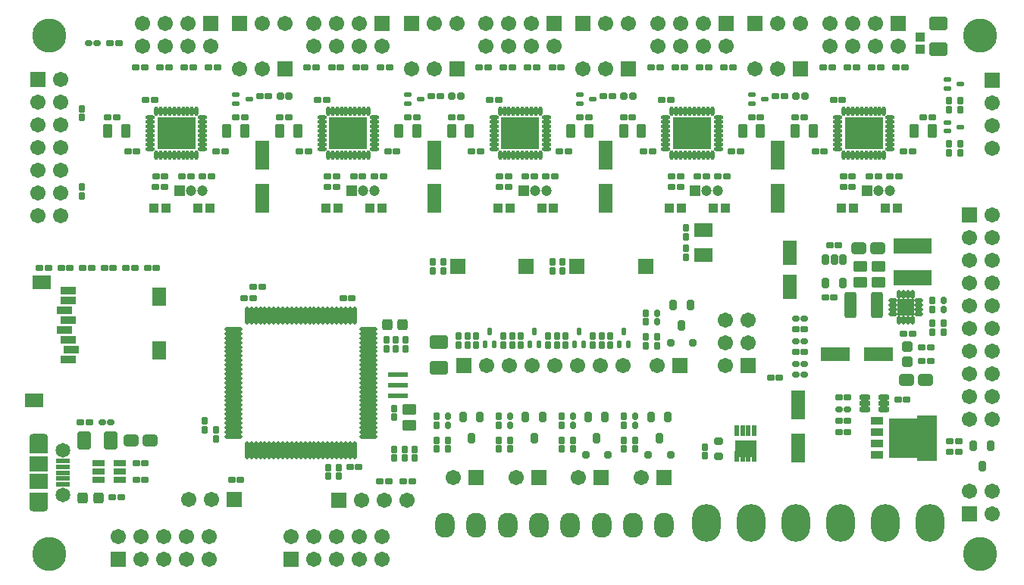
<source format=gts>
G04 Layer_Color=8388736*
%FSLAX44Y44*%
%MOMM*%
G71*
G01*
G75*
%ADD110R,0.7620X1.5240*%
G04:AMPARAMS|DCode=111|XSize=0.7032mm|YSize=0.8032mm|CornerRadius=0.1516mm|HoleSize=0mm|Usage=FLASHONLY|Rotation=90.000|XOffset=0mm|YOffset=0mm|HoleType=Round|Shape=RoundedRectangle|*
%AMROUNDEDRECTD111*
21,1,0.7032,0.5000,0,0,90.0*
21,1,0.4000,0.8032,0,0,90.0*
1,1,0.3032,0.2500,0.2000*
1,1,0.3032,0.2500,-0.2000*
1,1,0.3032,-0.2500,-0.2000*
1,1,0.3032,-0.2500,0.2000*
%
%ADD111ROUNDEDRECTD111*%
G04:AMPARAMS|DCode=112|XSize=0.5532mm|YSize=0.8532mm|CornerRadius=0.1454mm|HoleSize=0mm|Usage=FLASHONLY|Rotation=270.000|XOffset=0mm|YOffset=0mm|HoleType=Round|Shape=RoundedRectangle|*
%AMROUNDEDRECTD112*
21,1,0.5532,0.5625,0,0,270.0*
21,1,0.2625,0.8532,0,0,270.0*
1,1,0.2907,-0.2813,-0.1313*
1,1,0.2907,-0.2813,0.1313*
1,1,0.2907,0.2813,0.1313*
1,1,0.2907,0.2813,-0.1313*
%
%ADD112ROUNDEDRECTD112*%
G04:AMPARAMS|DCode=113|XSize=0.8032mm|YSize=0.8032mm|CornerRadius=0.1616mm|HoleSize=0mm|Usage=FLASHONLY|Rotation=270.000|XOffset=0mm|YOffset=0mm|HoleType=Round|Shape=RoundedRectangle|*
%AMROUNDEDRECTD113*
21,1,0.8032,0.4800,0,0,270.0*
21,1,0.4800,0.8032,0,0,270.0*
1,1,0.3232,-0.2400,-0.2400*
1,1,0.3232,-0.2400,0.2400*
1,1,0.3232,0.2400,0.2400*
1,1,0.3232,0.2400,-0.2400*
%
%ADD113ROUNDEDRECTD113*%
%ADD114R,1.6002X3.2004*%
G04:AMPARAMS|DCode=115|XSize=1.5032mm|YSize=1.0032mm|CornerRadius=0.2016mm|HoleSize=0mm|Usage=FLASHONLY|Rotation=270.000|XOffset=0mm|YOffset=0mm|HoleType=Round|Shape=RoundedRectangle|*
%AMROUNDEDRECTD115*
21,1,1.5032,0.6000,0,0,270.0*
21,1,1.1000,1.0032,0,0,270.0*
1,1,0.4032,-0.3000,-0.5500*
1,1,0.4032,-0.3000,0.5500*
1,1,0.4032,0.3000,0.5500*
1,1,0.4032,0.3000,-0.5500*
%
%ADD115ROUNDEDRECTD115*%
%ADD116R,4.2032X1.7032*%
G04:AMPARAMS|DCode=117|XSize=0.8032mm|YSize=0.7032mm|CornerRadius=0.1641mm|HoleSize=0mm|Usage=FLASHONLY|Rotation=0.000|XOffset=0mm|YOffset=0mm|HoleType=Round|Shape=RoundedRectangle|*
%AMROUNDEDRECTD117*
21,1,0.8032,0.3750,0,0,0.0*
21,1,0.4750,0.7032,0,0,0.0*
1,1,0.3282,0.2375,-0.1875*
1,1,0.3282,-0.2375,-0.1875*
1,1,0.3282,-0.2375,0.1875*
1,1,0.3282,0.2375,0.1875*
%
%ADD117ROUNDEDRECTD117*%
G04:AMPARAMS|DCode=118|XSize=0.8032mm|YSize=0.7032mm|CornerRadius=0.1641mm|HoleSize=0mm|Usage=FLASHONLY|Rotation=270.000|XOffset=0mm|YOffset=0mm|HoleType=Round|Shape=RoundedRectangle|*
%AMROUNDEDRECTD118*
21,1,0.8032,0.3750,0,0,270.0*
21,1,0.4750,0.7032,0,0,270.0*
1,1,0.3282,-0.1875,-0.2375*
1,1,0.3282,-0.1875,0.2375*
1,1,0.3282,0.1875,0.2375*
1,1,0.3282,0.1875,-0.2375*
%
%ADD118ROUNDEDRECTD118*%
G04:AMPARAMS|DCode=119|XSize=0.8032mm|YSize=1.2032mm|CornerRadius=0.1766mm|HoleSize=0mm|Usage=FLASHONLY|Rotation=180.000|XOffset=0mm|YOffset=0mm|HoleType=Round|Shape=RoundedRectangle|*
%AMROUNDEDRECTD119*
21,1,0.8032,0.8500,0,0,180.0*
21,1,0.4500,1.2032,0,0,180.0*
1,1,0.3532,-0.2250,0.4250*
1,1,0.3532,0.2250,0.4250*
1,1,0.3532,0.2250,-0.4250*
1,1,0.3532,-0.2250,-0.4250*
%
%ADD119ROUNDEDRECTD119*%
%ADD120R,2.2032X0.6032*%
%ADD121R,1.3532X0.8032*%
%ADD122R,2.1082X1.6256*%
%ADD123R,1.6256X2.0066*%
%ADD124R,1.7272X0.9144*%
%ADD125O,0.5032X2.0032*%
%ADD126O,2.0032X0.5032*%
%ADD127R,1.7032X1.7032*%
G04:AMPARAMS|DCode=128|XSize=0.7032mm|YSize=0.8032mm|CornerRadius=0.1516mm|HoleSize=0mm|Usage=FLASHONLY|Rotation=180.000|XOffset=0mm|YOffset=0mm|HoleType=Round|Shape=RoundedRectangle|*
%AMROUNDEDRECTD128*
21,1,0.7032,0.5000,0,0,180.0*
21,1,0.4000,0.8032,0,0,180.0*
1,1,0.3032,-0.2000,0.2500*
1,1,0.3032,0.2000,0.2500*
1,1,0.3032,0.2000,-0.2500*
1,1,0.3032,-0.2000,-0.2500*
%
%ADD128ROUNDEDRECTD128*%
%ADD129R,0.6082X1.1932*%
%ADD130R,2.4382X1.9282*%
%ADD131R,2.1032X1.7032*%
%ADD132R,1.5532X0.6032*%
G04:AMPARAMS|DCode=133|XSize=1.2032mm|YSize=1.1032mm|CornerRadius=0.2141mm|HoleSize=0mm|Usage=FLASHONLY|Rotation=180.000|XOffset=0mm|YOffset=0mm|HoleType=Round|Shape=RoundedRectangle|*
%AMROUNDEDRECTD133*
21,1,1.2032,0.6750,0,0,180.0*
21,1,0.7750,1.1032,0,0,180.0*
1,1,0.4282,-0.3875,0.3375*
1,1,0.4282,0.3875,0.3375*
1,1,0.4282,0.3875,-0.3375*
1,1,0.4282,-0.3875,-0.3375*
%
%ADD133ROUNDEDRECTD133*%
%ADD134R,2.0032X1.5532*%
G04:AMPARAMS|DCode=135|XSize=1.2032mm|YSize=1.1032mm|CornerRadius=0.2141mm|HoleSize=0mm|Usage=FLASHONLY|Rotation=90.000|XOffset=0mm|YOffset=0mm|HoleType=Round|Shape=RoundedRectangle|*
%AMROUNDEDRECTD135*
21,1,1.2032,0.6750,0,0,90.0*
21,1,0.7750,1.1032,0,0,90.0*
1,1,0.4282,0.3375,0.3875*
1,1,0.4282,0.3375,-0.3875*
1,1,0.4282,-0.3375,-0.3875*
1,1,0.4282,-0.3375,0.3875*
%
%ADD135ROUNDEDRECTD135*%
G04:AMPARAMS|DCode=136|XSize=2.0032mm|YSize=1.5032mm|CornerRadius=0.2641mm|HoleSize=0mm|Usage=FLASHONLY|Rotation=90.000|XOffset=0mm|YOffset=0mm|HoleType=Round|Shape=RoundedRectangle|*
%AMROUNDEDRECTD136*
21,1,2.0032,0.9750,0,0,90.0*
21,1,1.4750,1.5032,0,0,90.0*
1,1,0.5282,0.4875,0.7375*
1,1,0.5282,0.4875,-0.7375*
1,1,0.5282,-0.4875,-0.7375*
1,1,0.5282,-0.4875,0.7375*
%
%ADD136ROUNDEDRECTD136*%
G04:AMPARAMS|DCode=137|XSize=2.0032mm|YSize=1.5032mm|CornerRadius=0.2641mm|HoleSize=0mm|Usage=FLASHONLY|Rotation=0.000|XOffset=0mm|YOffset=0mm|HoleType=Round|Shape=RoundedRectangle|*
%AMROUNDEDRECTD137*
21,1,2.0032,0.9750,0,0,0.0*
21,1,1.4750,1.5032,0,0,0.0*
1,1,0.5282,0.7375,-0.4875*
1,1,0.5282,-0.7375,-0.4875*
1,1,0.5282,-0.7375,0.4875*
1,1,0.5282,0.7375,0.4875*
%
%ADD137ROUNDEDRECTD137*%
G04:AMPARAMS|DCode=138|XSize=0.8032mm|YSize=1.0032mm|CornerRadius=0.1616mm|HoleSize=0mm|Usage=FLASHONLY|Rotation=270.000|XOffset=0mm|YOffset=0mm|HoleType=Round|Shape=RoundedRectangle|*
%AMROUNDEDRECTD138*
21,1,0.8032,0.6800,0,0,270.0*
21,1,0.4800,1.0032,0,0,270.0*
1,1,0.3232,-0.3400,-0.2400*
1,1,0.3232,-0.3400,0.2400*
1,1,0.3232,0.3400,0.2400*
1,1,0.3232,0.3400,-0.2400*
%
%ADD138ROUNDEDRECTD138*%
G04:AMPARAMS|DCode=139|XSize=1.4032mm|YSize=1.7032mm|CornerRadius=0.4016mm|HoleSize=0mm|Usage=FLASHONLY|Rotation=90.000|XOffset=0mm|YOffset=0mm|HoleType=Round|Shape=RoundedRectangle|*
%AMROUNDEDRECTD139*
21,1,1.4032,0.9000,0,0,90.0*
21,1,0.6000,1.7032,0,0,90.0*
1,1,0.8032,0.4500,0.3000*
1,1,0.8032,0.4500,-0.3000*
1,1,0.8032,-0.4500,-0.3000*
1,1,0.8032,-0.4500,0.3000*
%
%ADD139ROUNDEDRECTD139*%
G04:AMPARAMS|DCode=140|XSize=0.8032mm|YSize=0.9032mm|CornerRadius=0.1766mm|HoleSize=0mm|Usage=FLASHONLY|Rotation=0.000|XOffset=0mm|YOffset=0mm|HoleType=Round|Shape=RoundedRectangle|*
%AMROUNDEDRECTD140*
21,1,0.8032,0.5500,0,0,0.0*
21,1,0.4500,0.9032,0,0,0.0*
1,1,0.3532,0.2250,-0.2750*
1,1,0.3532,-0.2250,-0.2750*
1,1,0.3532,-0.2250,0.2750*
1,1,0.3532,0.2250,0.2750*
%
%ADD140ROUNDEDRECTD140*%
G04:AMPARAMS|DCode=141|XSize=0.5532mm|YSize=0.8532mm|CornerRadius=0.1454mm|HoleSize=0mm|Usage=FLASHONLY|Rotation=0.000|XOffset=0mm|YOffset=0mm|HoleType=Round|Shape=RoundedRectangle|*
%AMROUNDEDRECTD141*
21,1,0.5532,0.5625,0,0,0.0*
21,1,0.2625,0.8532,0,0,0.0*
1,1,0.2907,0.1313,-0.2813*
1,1,0.2907,-0.1313,-0.2813*
1,1,0.2907,-0.1313,0.2813*
1,1,0.2907,0.1313,0.2813*
%
%ADD141ROUNDEDRECTD141*%
G04:AMPARAMS|DCode=142|XSize=1.6032mm|YSize=1.2032mm|CornerRadius=0.2266mm|HoleSize=0mm|Usage=FLASHONLY|Rotation=180.000|XOffset=0mm|YOffset=0mm|HoleType=Round|Shape=RoundedRectangle|*
%AMROUNDEDRECTD142*
21,1,1.6032,0.7500,0,0,180.0*
21,1,1.1500,1.2032,0,0,180.0*
1,1,0.4532,-0.5750,0.3750*
1,1,0.4532,0.5750,0.3750*
1,1,0.4532,0.5750,-0.3750*
1,1,0.4532,-0.5750,-0.3750*
%
%ADD142ROUNDEDRECTD142*%
G04:AMPARAMS|DCode=143|XSize=2.9032mm|YSize=1.3532mm|CornerRadius=0.2454mm|HoleSize=0mm|Usage=FLASHONLY|Rotation=90.000|XOffset=0mm|YOffset=0mm|HoleType=Round|Shape=RoundedRectangle|*
%AMROUNDEDRECTD143*
21,1,2.9032,0.8625,0,0,90.0*
21,1,2.4125,1.3532,0,0,90.0*
1,1,0.4907,0.4313,1.2063*
1,1,0.4907,0.4313,-1.2063*
1,1,0.4907,-0.4313,-1.2063*
1,1,0.4907,-0.4313,1.2063*
%
%ADD143ROUNDEDRECTD143*%
%ADD144R,3.2004X1.6002*%
%ADD145R,1.5032X2.7032*%
%ADD146R,1.1032X1.0032*%
%ADD147R,1.0032X1.1032*%
%ADD148O,1.0032X0.4532*%
%ADD149O,0.4532X1.0032*%
%ADD150R,1.8832X1.8832*%
%ADD151O,0.4532X1.0532*%
%ADD152O,1.0532X0.4532*%
%ADD153R,4.3032X3.6032*%
%ADD154R,2.2032X5.2032*%
%ADD155R,3.4032X4.4032*%
%ADD156R,1.3532X0.9032*%
G04:AMPARAMS|DCode=157|XSize=1.2032mm|YSize=0.6032mm|CornerRadius=0.2016mm|HoleSize=0mm|Usage=FLASHONLY|Rotation=0.000|XOffset=0mm|YOffset=0mm|HoleType=Round|Shape=RoundedRectangle|*
%AMROUNDEDRECTD157*
21,1,1.2032,0.2000,0,0,0.0*
21,1,0.8000,0.6032,0,0,0.0*
1,1,0.4032,0.4000,-0.1000*
1,1,0.4032,-0.4000,-0.1000*
1,1,0.4032,-0.4000,0.1000*
1,1,0.4032,0.4000,0.1000*
%
%ADD157ROUNDEDRECTD157*%
%ADD158C,1.7032*%
%ADD159O,2.2032X2.8032*%
%ADD160C,1.2032*%
%ADD161R,1.2032X1.2032*%
%ADD162R,1.7032X1.7032*%
%ADD163O,3.2032X4.2032*%
%ADD164C,3.8032*%
G04:AMPARAMS|DCode=165|XSize=1.7032mm|YSize=2.1032mm|CornerRadius=0.4766mm|HoleSize=0mm|Usage=FLASHONLY|Rotation=270.000|XOffset=0mm|YOffset=0mm|HoleType=Round|Shape=RoundedRectangle|*
%AMROUNDEDRECTD165*
21,1,1.7032,1.1500,0,0,270.0*
21,1,0.7500,2.1032,0,0,270.0*
1,1,0.9532,-0.5750,-0.3750*
1,1,0.9532,-0.5750,0.3750*
1,1,0.9532,0.5750,0.3750*
1,1,0.9532,0.5750,-0.3750*
%
%ADD165ROUNDEDRECTD165*%
%ADD166C,1.6532*%
%ADD167C,0.8032*%
D110*
X961660Y198500D02*
D03*
X941340D02*
D03*
D111*
X265100Y542600D02*
D03*
X275100D02*
D03*
X127750Y480250D02*
D03*
X117750D02*
D03*
X105500Y518250D02*
D03*
X95500D02*
D03*
X91520Y350520D02*
D03*
X101520D02*
D03*
X994330Y276860D02*
D03*
X984330D02*
D03*
X1036000Y144000D02*
D03*
X1046000D02*
D03*
X1036000Y156000D02*
D03*
X1046000D02*
D03*
X911860Y166530D02*
D03*
X921860D02*
D03*
X911940Y179230D02*
D03*
X921940D02*
D03*
X988000Y203000D02*
D03*
X978000D02*
D03*
X127001Y113030D02*
D03*
X127000Y132080D02*
D03*
X139780Y350520D02*
D03*
X149780D02*
D03*
X115650D02*
D03*
X125650D02*
D03*
X43260D02*
D03*
X53260D02*
D03*
X67390D02*
D03*
X77390D02*
D03*
X233760Y113030D02*
D03*
X243760D02*
D03*
X409284Y111760D02*
D03*
X399284D02*
D03*
X425530Y111760D02*
D03*
X435530D02*
D03*
X107870Y601980D02*
D03*
X97870D02*
D03*
X863680Y281940D02*
D03*
X873680D02*
D03*
X863680Y256540D02*
D03*
X873680D02*
D03*
X64850Y177800D02*
D03*
X74850D02*
D03*
X835740Y227330D02*
D03*
X845740D02*
D03*
X896700Y317500D02*
D03*
X906700D02*
D03*
X901780Y375920D02*
D03*
X911780D02*
D03*
X1014650Y246380D02*
D03*
X1004650D02*
D03*
X1014650Y261620D02*
D03*
X1004650D02*
D03*
X153507Y574140D02*
D03*
X163507D02*
D03*
X136340D02*
D03*
X126340D02*
D03*
X238500Y518250D02*
D03*
X248500D02*
D03*
X180674Y574140D02*
D03*
X190674D02*
D03*
X217840Y574140D02*
D03*
X207840D02*
D03*
X159040Y452640D02*
D03*
X149040D02*
D03*
X149000Y440997D02*
D03*
X159000D02*
D03*
X138000Y537750D02*
D03*
X148000D02*
D03*
X216250Y480250D02*
D03*
X226250D02*
D03*
X201040Y452636D02*
D03*
X211040D02*
D03*
X178040D02*
D03*
X188040D02*
D03*
X921940Y205230D02*
D03*
X911940D02*
D03*
X368220Y316230D02*
D03*
X358220D02*
D03*
X257730D02*
D03*
X247730D02*
D03*
X257730Y328930D02*
D03*
X267730D02*
D03*
X100410Y93980D02*
D03*
X110410D02*
D03*
X19130Y350520D02*
D03*
X29130D02*
D03*
X365900Y127050D02*
D03*
X375900D02*
D03*
X137000Y132080D02*
D03*
X137001Y113030D02*
D03*
X370040Y452636D02*
D03*
X380040D02*
D03*
X393040D02*
D03*
X403040D02*
D03*
X408250Y480250D02*
D03*
X418250D02*
D03*
X330000Y537750D02*
D03*
X340000D02*
D03*
X341000Y440997D02*
D03*
X351000D02*
D03*
X351040Y452640D02*
D03*
X341040D02*
D03*
X409840Y574140D02*
D03*
X399840D02*
D03*
X372673Y574140D02*
D03*
X382673D02*
D03*
X430500Y518250D02*
D03*
X440500D02*
D03*
X328340Y574140D02*
D03*
X318340D02*
D03*
X345507D02*
D03*
X355507D02*
D03*
X297500Y518250D02*
D03*
X287500D02*
D03*
X319750Y480250D02*
D03*
X309750D02*
D03*
X457100Y542600D02*
D03*
X467100D02*
D03*
X562040Y452636D02*
D03*
X572040D02*
D03*
X585040D02*
D03*
X595040D02*
D03*
X600250Y480250D02*
D03*
X610250D02*
D03*
X522000Y537750D02*
D03*
X532000D02*
D03*
X533000Y440997D02*
D03*
X543000D02*
D03*
X543040Y452640D02*
D03*
X533040D02*
D03*
X601840Y574140D02*
D03*
X591840D02*
D03*
X564674Y574140D02*
D03*
X574674D02*
D03*
X622500Y518250D02*
D03*
X632500D02*
D03*
X520340Y574140D02*
D03*
X510340D02*
D03*
X537507D02*
D03*
X547507D02*
D03*
X489500Y518250D02*
D03*
X479500D02*
D03*
X511750Y480250D02*
D03*
X501750D02*
D03*
X649100Y542600D02*
D03*
X659100D02*
D03*
X754040Y452636D02*
D03*
X764040D02*
D03*
X777040D02*
D03*
X787040D02*
D03*
X792250Y480250D02*
D03*
X802250D02*
D03*
X714000Y537750D02*
D03*
X724000D02*
D03*
X725000Y440997D02*
D03*
X735000D02*
D03*
X735040Y452640D02*
D03*
X725040D02*
D03*
X793840Y574140D02*
D03*
X783840D02*
D03*
X756674Y574140D02*
D03*
X766674D02*
D03*
X814500Y518250D02*
D03*
X824500D02*
D03*
X712340Y574140D02*
D03*
X702340D02*
D03*
X729507D02*
D03*
X739507D02*
D03*
X681500Y518250D02*
D03*
X671500D02*
D03*
X703750Y480250D02*
D03*
X693750D02*
D03*
X841100Y542600D02*
D03*
X851100D02*
D03*
X946040Y452636D02*
D03*
X956040D02*
D03*
X969040D02*
D03*
X979040D02*
D03*
X984250Y480250D02*
D03*
X994250D02*
D03*
X906000Y537750D02*
D03*
X916000D02*
D03*
X917000Y440997D02*
D03*
X927000D02*
D03*
X927040Y452640D02*
D03*
X917040D02*
D03*
X985840Y574140D02*
D03*
X975840D02*
D03*
X948673Y574140D02*
D03*
X958673D02*
D03*
X1006500Y518250D02*
D03*
X1016500D02*
D03*
X904340Y574140D02*
D03*
X894340D02*
D03*
X921507D02*
D03*
X931507D02*
D03*
X873500Y518250D02*
D03*
X863500D02*
D03*
X895750Y480250D02*
D03*
X885750D02*
D03*
D112*
X253250Y539000D02*
D03*
X238750Y534000D02*
D03*
Y544000D02*
D03*
X1033500Y513000D02*
D03*
Y503000D02*
D03*
X1048000Y508000D02*
D03*
Y556000D02*
D03*
X1033500Y551000D02*
D03*
Y561000D02*
D03*
X445250Y539000D02*
D03*
X430750Y534000D02*
D03*
Y544000D02*
D03*
X637250Y539000D02*
D03*
X622750Y534000D02*
D03*
Y544000D02*
D03*
X829250Y539000D02*
D03*
X814750Y534000D02*
D03*
Y544000D02*
D03*
D113*
X297880Y542600D02*
D03*
X287880D02*
D03*
X489880D02*
D03*
X479880D02*
D03*
X681880D02*
D03*
X671880D02*
D03*
X873880D02*
D03*
X863880D02*
D03*
D114*
X267903Y476286D02*
D03*
Y428280D02*
D03*
X866140Y148590D02*
D03*
Y196596D02*
D03*
X459902Y476286D02*
D03*
Y428280D02*
D03*
X651902Y476286D02*
D03*
Y428280D02*
D03*
X843903Y476286D02*
D03*
Y428280D02*
D03*
D115*
X115500Y503250D02*
D03*
X95500D02*
D03*
X228500D02*
D03*
X248500D02*
D03*
X420500D02*
D03*
X440500D02*
D03*
X307500D02*
D03*
X287500D02*
D03*
X612500D02*
D03*
X632500D02*
D03*
X499500D02*
D03*
X479500D02*
D03*
X804500D02*
D03*
X824500D02*
D03*
X691500D02*
D03*
X671500D02*
D03*
X996500D02*
D03*
X1016500D02*
D03*
X883500D02*
D03*
X863500D02*
D03*
D116*
X994410Y338870D02*
D03*
Y374870D02*
D03*
D117*
X921940Y191930D02*
D03*
X911940D02*
D03*
X873680Y231140D02*
D03*
X863680D02*
D03*
X873680Y242570D02*
D03*
X863680D02*
D03*
X88980Y177800D02*
D03*
X98980D02*
D03*
X873680Y267970D02*
D03*
X863680D02*
D03*
X873680Y293370D02*
D03*
X863680D02*
D03*
X83740Y601980D02*
D03*
X73740D02*
D03*
D118*
X709479Y289640D02*
D03*
Y299640D02*
D03*
X684530Y174070D02*
D03*
Y184070D02*
D03*
X544830Y174070D02*
D03*
Y184070D02*
D03*
X474980Y174070D02*
D03*
Y184070D02*
D03*
X614680Y174070D02*
D03*
Y184070D02*
D03*
X1028700Y303610D02*
D03*
Y313610D02*
D03*
D119*
X736450Y285680D02*
D03*
X726950Y308680D02*
D03*
X745950D02*
D03*
X1071880Y128200D02*
D03*
X1062380Y151200D02*
D03*
X1081380D02*
D03*
X711500Y159950D02*
D03*
X702000Y182950D02*
D03*
X721000D02*
D03*
X641500Y159950D02*
D03*
X632000Y182950D02*
D03*
X651000D02*
D03*
X897310Y333390D02*
D03*
X916310Y359390D02*
D03*
X906810D02*
D03*
X897310D02*
D03*
X916310Y333390D02*
D03*
X571500Y159950D02*
D03*
X562000Y182950D02*
D03*
X581000D02*
D03*
X501650Y159950D02*
D03*
X492150Y182950D02*
D03*
X511150D02*
D03*
D120*
X419900Y231000D02*
D03*
Y219000D02*
D03*
Y207000D02*
D03*
D121*
X108840Y132030D02*
D03*
X85090D02*
D03*
Y122530D02*
D03*
Y113030D02*
D03*
X108590D02*
D03*
X108840Y122530D02*
D03*
D122*
X21800Y333756D02*
D03*
X12800Y201676D02*
D03*
D123*
X152800Y317754D02*
D03*
Y257810D02*
D03*
D124*
X50800Y324612D02*
D03*
Y313690D02*
D03*
X46800Y302768D02*
D03*
X50800Y291592D02*
D03*
X46800Y280670D02*
D03*
X50800Y269748D02*
D03*
X54800Y258572D02*
D03*
X50800Y247650D02*
D03*
D125*
X370900Y146100D02*
D03*
X365900D02*
D03*
X360900D02*
D03*
X355900D02*
D03*
X350900D02*
D03*
X345900D02*
D03*
X340900D02*
D03*
X335900D02*
D03*
X330900D02*
D03*
X325900D02*
D03*
X320900D02*
D03*
X315900D02*
D03*
X310900D02*
D03*
X305900D02*
D03*
X300900D02*
D03*
X295900D02*
D03*
X290900D02*
D03*
X285900D02*
D03*
X280900D02*
D03*
X275900D02*
D03*
X270900D02*
D03*
X265900D02*
D03*
X260900D02*
D03*
X255900D02*
D03*
X250900D02*
D03*
Y297100D02*
D03*
X255900D02*
D03*
X260900D02*
D03*
X265900D02*
D03*
X270900D02*
D03*
X275900D02*
D03*
X280900D02*
D03*
X285900D02*
D03*
X290900D02*
D03*
X295900D02*
D03*
X300900D02*
D03*
X305900D02*
D03*
X310900D02*
D03*
X315900D02*
D03*
X320900D02*
D03*
X325900D02*
D03*
X330900D02*
D03*
X335900D02*
D03*
X340900D02*
D03*
X345900D02*
D03*
X350900D02*
D03*
X355900D02*
D03*
X360900D02*
D03*
X365900D02*
D03*
X370900D02*
D03*
D126*
X235400Y161600D02*
D03*
Y166600D02*
D03*
Y171600D02*
D03*
Y176600D02*
D03*
Y181600D02*
D03*
Y186600D02*
D03*
Y191600D02*
D03*
Y196600D02*
D03*
Y201600D02*
D03*
Y206600D02*
D03*
Y211600D02*
D03*
Y216600D02*
D03*
Y221600D02*
D03*
Y226600D02*
D03*
Y231600D02*
D03*
Y236600D02*
D03*
Y241600D02*
D03*
Y246600D02*
D03*
Y251600D02*
D03*
Y256600D02*
D03*
Y261600D02*
D03*
Y266600D02*
D03*
Y271600D02*
D03*
Y276600D02*
D03*
Y281600D02*
D03*
X386400D02*
D03*
Y276600D02*
D03*
Y271600D02*
D03*
Y266600D02*
D03*
Y261600D02*
D03*
Y256600D02*
D03*
Y251600D02*
D03*
Y246600D02*
D03*
Y241600D02*
D03*
Y236600D02*
D03*
Y231600D02*
D03*
Y226600D02*
D03*
Y221600D02*
D03*
Y216600D02*
D03*
Y211600D02*
D03*
Y206600D02*
D03*
Y201600D02*
D03*
Y196600D02*
D03*
Y191600D02*
D03*
Y186600D02*
D03*
Y181600D02*
D03*
Y176600D02*
D03*
Y171600D02*
D03*
Y166600D02*
D03*
Y161600D02*
D03*
D127*
X486010Y351790D02*
D03*
X563009D02*
D03*
X696360Y351790D02*
D03*
X619360D02*
D03*
X293300Y572500D02*
D03*
X242500Y623500D02*
D03*
X734060Y241300D02*
D03*
X353060Y90170D02*
D03*
X236220Y91440D02*
D03*
X1057600Y75000D02*
D03*
X716731Y115570D02*
D03*
X210000Y623500D02*
D03*
X646730Y115570D02*
D03*
X576730D02*
D03*
X492760Y241300D02*
D03*
X506730Y115570D02*
D03*
X299819Y24020D02*
D03*
X107020Y24000D02*
D03*
X402000Y623500D02*
D03*
X434500Y623500D02*
D03*
X485300Y572500D02*
D03*
X594000Y623500D02*
D03*
X626500Y623500D02*
D03*
X677300Y572500D02*
D03*
X786000Y623500D02*
D03*
X818500Y623500D02*
D03*
X869300Y572500D02*
D03*
X978000Y623500D02*
D03*
D128*
X426720Y147240D02*
D03*
Y137240D02*
D03*
X762000Y149780D02*
D03*
Y139780D02*
D03*
X1016000Y288210D02*
D03*
Y278210D02*
D03*
X438150Y137240D02*
D03*
Y147240D02*
D03*
X696779Y262970D02*
D03*
Y272970D02*
D03*
X696779Y289640D02*
D03*
Y299640D02*
D03*
X709480Y272970D02*
D03*
Y262970D02*
D03*
X671830Y157400D02*
D03*
Y147400D02*
D03*
X532130Y157400D02*
D03*
Y147400D02*
D03*
X671830Y174070D02*
D03*
Y184070D02*
D03*
X532130Y174070D02*
D03*
Y184070D02*
D03*
X684530Y157400D02*
D03*
Y147400D02*
D03*
X544830Y157400D02*
D03*
Y147400D02*
D03*
X462280Y157400D02*
D03*
Y147400D02*
D03*
X601980Y157400D02*
D03*
Y147400D02*
D03*
X462280Y174070D02*
D03*
Y184070D02*
D03*
X601980Y174070D02*
D03*
Y184070D02*
D03*
X474980Y157400D02*
D03*
Y147400D02*
D03*
X614680Y157400D02*
D03*
Y147400D02*
D03*
X647000Y274000D02*
D03*
Y264000D02*
D03*
X637000Y274000D02*
D03*
Y264000D02*
D03*
X597000Y274000D02*
D03*
Y264000D02*
D03*
X587000Y274000D02*
D03*
Y264000D02*
D03*
X547000Y274000D02*
D03*
Y264000D02*
D03*
X537000Y274000D02*
D03*
Y264000D02*
D03*
X469900Y346790D02*
D03*
Y356790D02*
D03*
X497000Y274000D02*
D03*
Y264000D02*
D03*
X487000Y274000D02*
D03*
Y264000D02*
D03*
X66041Y440610D02*
D03*
Y430610D02*
D03*
X1048000Y489000D02*
D03*
Y479000D02*
D03*
X603250Y346710D02*
D03*
Y356710D02*
D03*
X1048000Y537000D02*
D03*
Y527000D02*
D03*
X353060Y117000D02*
D03*
Y127000D02*
D03*
X341630Y117000D02*
D03*
Y127000D02*
D03*
X1028700Y278210D02*
D03*
Y288210D02*
D03*
X415290Y137240D02*
D03*
Y147240D02*
D03*
X1016000Y303610D02*
D03*
Y313610D02*
D03*
X741560Y384890D02*
D03*
Y394890D02*
D03*
Y372030D02*
D03*
Y362030D02*
D03*
X657000Y264000D02*
D03*
Y274000D02*
D03*
X417225Y259620D02*
D03*
Y269620D02*
D03*
X406400Y259620D02*
D03*
Y269620D02*
D03*
X415290Y183040D02*
D03*
Y193040D02*
D03*
X428205Y269600D02*
D03*
Y259600D02*
D03*
X215900Y168830D02*
D03*
Y158830D02*
D03*
X607000Y264000D02*
D03*
Y274000D02*
D03*
X557000Y264000D02*
D03*
Y274000D02*
D03*
X203200Y168830D02*
D03*
Y178830D02*
D03*
X458470Y356790D02*
D03*
Y346790D02*
D03*
X507000Y264000D02*
D03*
Y274000D02*
D03*
X1035000Y479000D02*
D03*
Y489000D02*
D03*
X591820Y356790D02*
D03*
Y346790D02*
D03*
X1035000Y527000D02*
D03*
Y537000D02*
D03*
X66040Y518240D02*
D03*
Y528240D02*
D03*
D129*
X797820Y139320D02*
D03*
X804420D02*
D03*
X811020D02*
D03*
X817620D02*
D03*
X797820Y168020D02*
D03*
X804420D02*
D03*
X811020D02*
D03*
X817620D02*
D03*
D130*
X807720Y148120D02*
D03*
D131*
X18000Y90500D02*
D03*
Y110999D02*
D03*
Y131000D02*
D03*
Y151500D02*
D03*
D132*
X45000Y120999D02*
D03*
Y114500D02*
D03*
Y108000D02*
D03*
Y127500D02*
D03*
Y134000D02*
D03*
D133*
X988060Y262500D02*
D03*
Y245500D02*
D03*
D134*
X760610Y364460D02*
D03*
Y392460D02*
D03*
D135*
X424500Y287000D02*
D03*
X407500D02*
D03*
X67700Y92710D02*
D03*
X84700D02*
D03*
D136*
X69320Y157480D02*
D03*
X98320D02*
D03*
D137*
X1023000Y623501D02*
D03*
Y594500D02*
D03*
X465000Y267500D02*
D03*
Y238500D02*
D03*
D138*
X777240Y156210D02*
D03*
Y139210D02*
D03*
D139*
X933880Y372110D02*
D03*
X955880D02*
D03*
X1009220Y224790D02*
D03*
X987220D02*
D03*
X143080Y157480D02*
D03*
X121080D02*
D03*
D140*
X724100Y266700D02*
D03*
X749100D02*
D03*
X699151Y140970D02*
D03*
X724150D02*
D03*
X629151D02*
D03*
X654150D02*
D03*
D141*
X667000Y264750D02*
D03*
X677000D02*
D03*
X672000Y279250D02*
D03*
X622000D02*
D03*
X627000Y264750D02*
D03*
X617000D02*
D03*
X567000D02*
D03*
X577000D02*
D03*
X572000Y279250D02*
D03*
X522000D02*
D03*
X527000Y264750D02*
D03*
X517000D02*
D03*
D142*
X956310Y333900D02*
D03*
Y351900D02*
D03*
X935990Y333900D02*
D03*
Y351900D02*
D03*
X431800Y173880D02*
D03*
Y191880D02*
D03*
D143*
X924800Y308610D02*
D03*
X954800D02*
D03*
D144*
X908304Y254000D02*
D03*
X956310D02*
D03*
D145*
X857250Y329184D02*
D03*
Y367030D02*
D03*
D146*
X1003000Y608500D02*
D03*
Y595000D02*
D03*
D147*
X196000Y417250D02*
D03*
X209500D02*
D03*
X147000Y417250D02*
D03*
X160500D02*
D03*
X339000D02*
D03*
X352500D02*
D03*
X388000Y417250D02*
D03*
X401500D02*
D03*
X531000Y417250D02*
D03*
X544500D02*
D03*
X580000Y417250D02*
D03*
X593500D02*
D03*
X723000Y417250D02*
D03*
X736500D02*
D03*
X772000Y417250D02*
D03*
X785500D02*
D03*
X915000Y417250D02*
D03*
X928500D02*
D03*
X964000Y417250D02*
D03*
X977500D02*
D03*
D148*
X972070Y313700D02*
D03*
Y308700D02*
D03*
Y303700D02*
D03*
Y298700D02*
D03*
X1001070D02*
D03*
Y303700D02*
D03*
Y308700D02*
D03*
Y313700D02*
D03*
D149*
X979070Y291700D02*
D03*
X984070D02*
D03*
X989070D02*
D03*
X994070D02*
D03*
Y320700D02*
D03*
X989070D02*
D03*
X984070D02*
D03*
X979070D02*
D03*
D150*
X986570Y306200D02*
D03*
D151*
X194500Y525000D02*
D03*
X189500D02*
D03*
X184500D02*
D03*
X179500D02*
D03*
X174500D02*
D03*
X169500D02*
D03*
X164500D02*
D03*
X159500D02*
D03*
X154500D02*
D03*
X149500D02*
D03*
Y476500D02*
D03*
X154500D02*
D03*
X159500D02*
D03*
X164500D02*
D03*
X169500D02*
D03*
X174500D02*
D03*
X179500D02*
D03*
X184500D02*
D03*
X189500D02*
D03*
X194500D02*
D03*
X386500Y525000D02*
D03*
X381500D02*
D03*
X376500D02*
D03*
X371500D02*
D03*
X366500D02*
D03*
X361500D02*
D03*
X356500D02*
D03*
X351500D02*
D03*
X346500D02*
D03*
X341500D02*
D03*
Y476500D02*
D03*
X346500D02*
D03*
X351500D02*
D03*
X356500D02*
D03*
X361500D02*
D03*
X366500D02*
D03*
X371500D02*
D03*
X376500D02*
D03*
X381500D02*
D03*
X386500D02*
D03*
X578500Y525000D02*
D03*
X573500D02*
D03*
X568500D02*
D03*
X563500D02*
D03*
X558500D02*
D03*
X553500D02*
D03*
X548500D02*
D03*
X543500D02*
D03*
X538500D02*
D03*
X533500D02*
D03*
Y476500D02*
D03*
X538500D02*
D03*
X543500D02*
D03*
X548500D02*
D03*
X553500D02*
D03*
X558500D02*
D03*
X563500D02*
D03*
X568500D02*
D03*
X573500D02*
D03*
X578500D02*
D03*
X770500Y525000D02*
D03*
X765500D02*
D03*
X760500D02*
D03*
X755500D02*
D03*
X750500D02*
D03*
X745500D02*
D03*
X740500D02*
D03*
X735500D02*
D03*
X730500D02*
D03*
X725500D02*
D03*
Y476500D02*
D03*
X730500D02*
D03*
X735500D02*
D03*
X740500D02*
D03*
X745500D02*
D03*
X750500D02*
D03*
X755500D02*
D03*
X760500D02*
D03*
X765500D02*
D03*
X770500D02*
D03*
X962500Y525000D02*
D03*
X957500D02*
D03*
X952500D02*
D03*
X947500D02*
D03*
X942500D02*
D03*
X937500D02*
D03*
X932500D02*
D03*
X927500D02*
D03*
X922500D02*
D03*
X917500D02*
D03*
Y476500D02*
D03*
X922500D02*
D03*
X927500D02*
D03*
X932500D02*
D03*
X937500D02*
D03*
X942500D02*
D03*
X947500D02*
D03*
X952500D02*
D03*
X957500D02*
D03*
X962500D02*
D03*
D152*
X142750Y518250D02*
D03*
Y513250D02*
D03*
Y508250D02*
D03*
Y503250D02*
D03*
Y498250D02*
D03*
Y493250D02*
D03*
Y488250D02*
D03*
Y483250D02*
D03*
X201250D02*
D03*
Y488250D02*
D03*
Y493250D02*
D03*
Y498250D02*
D03*
Y503250D02*
D03*
Y508250D02*
D03*
Y513250D02*
D03*
Y518250D02*
D03*
X334750D02*
D03*
Y513250D02*
D03*
Y508250D02*
D03*
Y503250D02*
D03*
Y498250D02*
D03*
Y493250D02*
D03*
Y488250D02*
D03*
Y483250D02*
D03*
X393250D02*
D03*
Y488250D02*
D03*
Y493250D02*
D03*
Y498250D02*
D03*
Y503250D02*
D03*
Y508250D02*
D03*
Y513250D02*
D03*
Y518250D02*
D03*
X526750D02*
D03*
Y513250D02*
D03*
Y508250D02*
D03*
Y503250D02*
D03*
Y498250D02*
D03*
Y493250D02*
D03*
Y488250D02*
D03*
Y483250D02*
D03*
X585250D02*
D03*
Y488250D02*
D03*
Y493250D02*
D03*
Y498250D02*
D03*
Y503250D02*
D03*
Y508250D02*
D03*
Y513250D02*
D03*
Y518250D02*
D03*
X718750D02*
D03*
Y513250D02*
D03*
Y508250D02*
D03*
Y503250D02*
D03*
Y498250D02*
D03*
Y493250D02*
D03*
Y488250D02*
D03*
Y483250D02*
D03*
X777250D02*
D03*
Y488250D02*
D03*
Y493250D02*
D03*
Y498250D02*
D03*
Y503250D02*
D03*
Y508250D02*
D03*
Y513250D02*
D03*
Y518250D02*
D03*
X910750D02*
D03*
Y513250D02*
D03*
Y508250D02*
D03*
Y503250D02*
D03*
Y498250D02*
D03*
Y493250D02*
D03*
Y488250D02*
D03*
Y483250D02*
D03*
X969250D02*
D03*
Y488250D02*
D03*
Y493250D02*
D03*
Y498250D02*
D03*
Y503250D02*
D03*
Y508250D02*
D03*
Y513250D02*
D03*
Y518250D02*
D03*
D153*
X172000Y500750D02*
D03*
X364000D02*
D03*
X556000D02*
D03*
X748000D02*
D03*
X940000D02*
D03*
D154*
X1010880Y159696D02*
D03*
D155*
X985000Y159950D02*
D03*
D156*
X955000Y140900D02*
D03*
Y153600D02*
D03*
Y166300D02*
D03*
Y179000D02*
D03*
D157*
X962000Y205000D02*
D03*
Y198500D02*
D03*
Y192000D02*
D03*
X941000D02*
D03*
Y198500D02*
D03*
Y205000D02*
D03*
D158*
X242500Y572500D02*
D03*
X267900D02*
D03*
X293300Y623500D02*
D03*
X267900D02*
D03*
X708660Y241300D02*
D03*
X429260Y90170D02*
D03*
X403860D02*
D03*
X378460D02*
D03*
X185420Y91440D02*
D03*
X210820D02*
D03*
X1057600Y100400D02*
D03*
X1083000Y75000D02*
D03*
Y100400D02*
D03*
X691331Y115570D02*
D03*
X133800Y623500D02*
D03*
X159200D02*
D03*
X184600D02*
D03*
X133800Y598100D02*
D03*
X159200D02*
D03*
X184600D02*
D03*
X210000D02*
D03*
X621330Y115570D02*
D03*
X42700Y408900D02*
D03*
X17300D02*
D03*
X42700Y434300D02*
D03*
X17300D02*
D03*
X42700Y459700D02*
D03*
X17300D02*
D03*
X42700Y485100D02*
D03*
X17300D02*
D03*
X42700Y510500D02*
D03*
X17300D02*
D03*
X42700Y535900D02*
D03*
X17300D02*
D03*
X42700Y561300D02*
D03*
X551330Y115570D02*
D03*
X670560Y241300D02*
D03*
X645160D02*
D03*
X594360D02*
D03*
X568960D02*
D03*
X543560D02*
D03*
X518160D02*
D03*
X619760D02*
D03*
X1083000Y180400D02*
D03*
X1057600D02*
D03*
Y205800D02*
D03*
X1083000D02*
D03*
Y231200D02*
D03*
X1057600D02*
D03*
X1083000Y409000D02*
D03*
X1057600Y383600D02*
D03*
X1083000D02*
D03*
X1057600Y358200D02*
D03*
X1083000D02*
D03*
X1057600Y332800D02*
D03*
X1083000D02*
D03*
X1057600Y307400D02*
D03*
X1083000D02*
D03*
X1057600Y282000D02*
D03*
X1083000D02*
D03*
X1057600Y256600D02*
D03*
X1083000D02*
D03*
X481330Y115570D02*
D03*
X401419Y49420D02*
D03*
Y24020D02*
D03*
X376019Y49420D02*
D03*
Y24020D02*
D03*
X350619Y49420D02*
D03*
Y24020D02*
D03*
X325219Y49420D02*
D03*
Y24020D02*
D03*
X299819Y49420D02*
D03*
X1083000Y484000D02*
D03*
Y509400D02*
D03*
Y534800D02*
D03*
X784860Y292100D02*
D03*
X810260D02*
D03*
X784860Y266700D02*
D03*
X810260D02*
D03*
X784860Y241300D02*
D03*
X208620Y49400D02*
D03*
Y24000D02*
D03*
X183220Y49400D02*
D03*
Y24000D02*
D03*
X157820Y49400D02*
D03*
Y24000D02*
D03*
X132420Y49400D02*
D03*
Y24000D02*
D03*
X107020Y49400D02*
D03*
X325800Y623500D02*
D03*
X351200D02*
D03*
X376600D02*
D03*
X325800Y598100D02*
D03*
X351200D02*
D03*
X376600D02*
D03*
X402000D02*
D03*
X485300Y623500D02*
D03*
X459900D02*
D03*
X434500Y572500D02*
D03*
X459900D02*
D03*
X517800Y623500D02*
D03*
X543200D02*
D03*
X568600D02*
D03*
X517800Y598100D02*
D03*
X543200D02*
D03*
X568600D02*
D03*
X594000D02*
D03*
X677300Y623500D02*
D03*
X651900D02*
D03*
X626500Y572500D02*
D03*
X651900D02*
D03*
X709800Y623500D02*
D03*
X735200D02*
D03*
X760600D02*
D03*
X709800Y598100D02*
D03*
X735200D02*
D03*
X760600D02*
D03*
X786000D02*
D03*
X869300Y623500D02*
D03*
X843900D02*
D03*
X818500Y572500D02*
D03*
X843900D02*
D03*
X901800Y623500D02*
D03*
X927200D02*
D03*
X952600D02*
D03*
X901800Y598100D02*
D03*
X927200D02*
D03*
X952600D02*
D03*
X978000D02*
D03*
D159*
X717010Y62003D02*
D03*
X682009D02*
D03*
X647009D02*
D03*
X612009D02*
D03*
X577009D02*
D03*
X542009D02*
D03*
X507009D02*
D03*
X472009D02*
D03*
D160*
X201200Y436496D02*
D03*
X188500D02*
D03*
X393200D02*
D03*
X380500D02*
D03*
X585200D02*
D03*
X572500D02*
D03*
X777200D02*
D03*
X764500D02*
D03*
X969200D02*
D03*
X956500D02*
D03*
D161*
X175800D02*
D03*
X367800D02*
D03*
X559800D02*
D03*
X751800D02*
D03*
X943800D02*
D03*
D162*
X17300Y561300D02*
D03*
X1057600Y409000D02*
D03*
X1083000Y560200D02*
D03*
X810260Y241300D02*
D03*
D163*
X1014000Y65000D02*
D03*
X964000D02*
D03*
X914000D02*
D03*
X864000D02*
D03*
X814000D02*
D03*
X764000D02*
D03*
D164*
X1070000Y30000D02*
D03*
X30000D02*
D03*
X1070000Y610000D02*
D03*
X30000D02*
D03*
D165*
X18000Y86000D02*
D03*
Y156000D02*
D03*
D166*
X45000Y96000D02*
D03*
Y146000D02*
D03*
D167*
X188500Y511750D02*
D03*
Y500750D02*
D03*
Y489750D02*
D03*
X177500Y511750D02*
D03*
Y500750D02*
D03*
Y489750D02*
D03*
X155500Y511750D02*
D03*
Y500750D02*
D03*
Y489750D02*
D03*
X166500Y511750D02*
D03*
Y500750D02*
D03*
Y489750D02*
D03*
X380500Y511750D02*
D03*
Y500750D02*
D03*
Y489750D02*
D03*
X369500Y511750D02*
D03*
Y500750D02*
D03*
Y489750D02*
D03*
X347500Y511750D02*
D03*
Y500750D02*
D03*
Y489750D02*
D03*
X358500Y511750D02*
D03*
Y500750D02*
D03*
Y489750D02*
D03*
X572500Y511750D02*
D03*
Y500750D02*
D03*
Y489750D02*
D03*
X561500Y511750D02*
D03*
Y500750D02*
D03*
Y489750D02*
D03*
X539500Y511750D02*
D03*
Y500750D02*
D03*
Y489750D02*
D03*
X550500Y511750D02*
D03*
Y500750D02*
D03*
Y489750D02*
D03*
X764500Y511750D02*
D03*
Y500750D02*
D03*
Y489750D02*
D03*
X753500Y511750D02*
D03*
Y500750D02*
D03*
Y489750D02*
D03*
X731500Y511750D02*
D03*
Y500750D02*
D03*
Y489750D02*
D03*
X742500Y511750D02*
D03*
Y500750D02*
D03*
Y489750D02*
D03*
X956500Y511750D02*
D03*
Y500750D02*
D03*
Y489750D02*
D03*
X945500Y511750D02*
D03*
Y500750D02*
D03*
Y489750D02*
D03*
X923500Y511750D02*
D03*
Y500750D02*
D03*
Y489750D02*
D03*
X934500Y511750D02*
D03*
Y500750D02*
D03*
Y489750D02*
D03*
M02*

</source>
